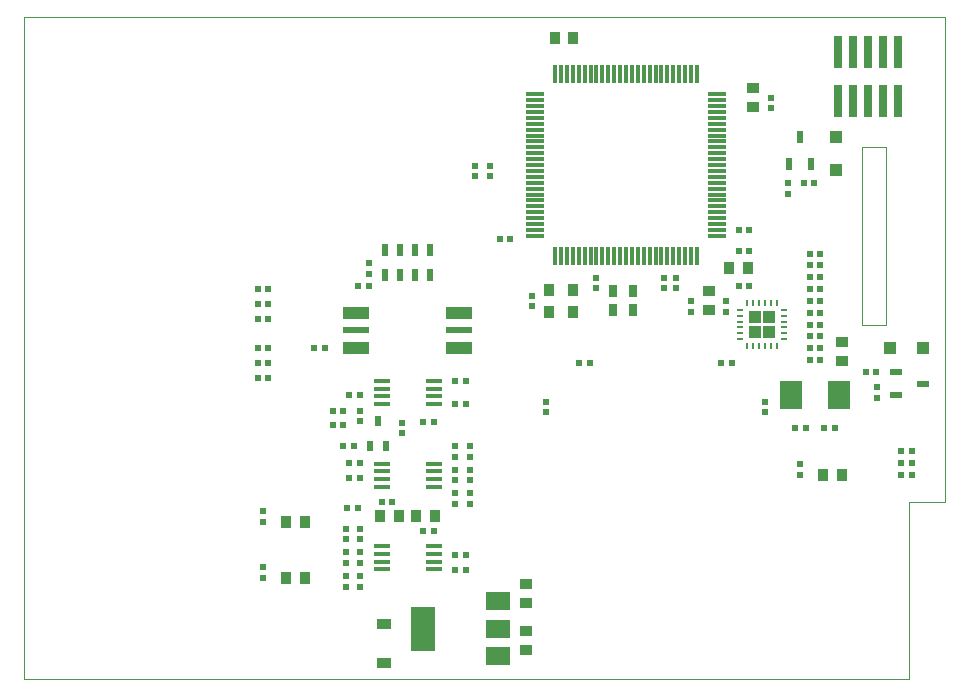
<source format=gbr>
%TF.GenerationSoftware,KiCad,Pcbnew,5.1.5-52549c5~84~ubuntu19.04.1*%
%TF.CreationDate,2020-04-18T10:51:23+00:00*%
%TF.ProjectId,alakol,616c616b-6f6c-42e6-9b69-6361645f7063,rev.0*%
%TF.SameCoordinates,Original*%
%TF.FileFunction,Paste,Top*%
%TF.FilePolarity,Positive*%
%FSLAX45Y45*%
G04 Gerber Fmt 4.5, Leading zero omitted, Abs format (unit mm)*
G04 Created by KiCad (PCBNEW 5.1.5-52549c5~84~ubuntu19.04.1) date 2020-04-18 10:51:23*
%MOMM*%
%LPD*%
G04 APERTURE LIST*
%ADD10C,0.100000*%
%ADD11R,0.800000X1.000000*%
%ADD12R,0.620000X0.620000*%
%ADD13R,1.200000X0.900000*%
%ADD14R,0.950000X1.000000*%
%ADD15R,1.000000X0.950000*%
%ADD16R,0.740000X2.790000*%
%ADD17R,1.450000X0.450000*%
%ADD18R,2.000000X3.800000*%
%ADD19R,2.000000X1.500000*%
%ADD20R,0.550000X0.850000*%
%ADD21R,2.300000X0.600000*%
%ADD22R,2.300000X1.060000*%
%ADD23R,0.900000X1.000000*%
%ADD24R,1.900000X2.400000*%
%ADD25R,0.600000X1.100000*%
%ADD26R,0.480000X0.230000*%
%ADD27R,0.230000X0.480000*%
%ADD28R,1.000000X1.000000*%
%ADD29R,0.300000X1.500000*%
%ADD30R,1.500000X0.300000*%
%ADD31R,1.000000X0.600000*%
%ADD32R,0.600000X1.000000*%
%ADD33R,1.100000X1.100000*%
G04 APERTURE END LIST*
D10*
X12200000Y-15400000D02*
X12200000Y-15600000D01*
X19700000Y-15400000D02*
X19700000Y-15600000D01*
X12200000Y-14500000D02*
X12200000Y-15300000D01*
X19700000Y-14600000D02*
X19700000Y-15400000D01*
X12200000Y-15600000D02*
X19700000Y-15600000D01*
X12200000Y-15300000D02*
X12200000Y-15400000D01*
X12200000Y-14400000D02*
X12200000Y-14500000D01*
X12200000Y-10000000D02*
X12200000Y-14400000D01*
X12200000Y-10000000D02*
X18000000Y-10000000D01*
X19500000Y-12600000D02*
X19500000Y-11100000D01*
X19700000Y-14100000D02*
X19700000Y-14600000D01*
X20000000Y-14100000D02*
X19700000Y-14100000D01*
X20000000Y-12600000D02*
X20000000Y-14100000D01*
X20000000Y-10000000D02*
X18000000Y-10000000D01*
X20000000Y-11100000D02*
X20000000Y-10000000D01*
X20000000Y-12600000D02*
X20000000Y-11100000D01*
X19500000Y-11100000D02*
X19300000Y-11100000D01*
X19300000Y-12600000D02*
X19500000Y-12600000D01*
X19300000Y-11100000D02*
X19300000Y-12600000D01*
D11*
X17190000Y-12320000D03*
X17360000Y-12320000D03*
X17360000Y-12480000D03*
X17190000Y-12480000D03*
D12*
X16500000Y-12445000D03*
X16500000Y-12355000D03*
D13*
X15250000Y-15465000D03*
X15250000Y-15135000D03*
D12*
X15975000Y-14120000D03*
X15975000Y-14030000D03*
X15855000Y-13075000D03*
X15945000Y-13075000D03*
X14815000Y-13455000D03*
X14905000Y-13455000D03*
X15230000Y-14100000D03*
X15320000Y-14100000D03*
D14*
X15380000Y-14225000D03*
X15220000Y-14225000D03*
D12*
X15975000Y-13920000D03*
X15975000Y-13830000D03*
D15*
X16450000Y-14955000D03*
X16450000Y-14795000D03*
X16450000Y-15195000D03*
X16450000Y-15355000D03*
D12*
X15400000Y-13520000D03*
X15400000Y-13430000D03*
X19720000Y-13675000D03*
X19630000Y-13675000D03*
X15975000Y-13630000D03*
X15975000Y-13720000D03*
X14180000Y-13050000D03*
X14270000Y-13050000D03*
X14180000Y-12300000D03*
X14270000Y-12300000D03*
X17625000Y-12205000D03*
X17625000Y-12295000D03*
X18345000Y-11800000D03*
X18255000Y-11800000D03*
D15*
X18375000Y-10755000D03*
X18375000Y-10595000D03*
D12*
X19070000Y-13475000D03*
X18980000Y-13475000D03*
X18730000Y-13475000D03*
X18820000Y-13475000D03*
X18475000Y-13255000D03*
X18475000Y-13345000D03*
D14*
X19130000Y-13875000D03*
X18970000Y-13875000D03*
X14580000Y-14275000D03*
X14420000Y-14275000D03*
X14420000Y-14750000D03*
X14580000Y-14750000D03*
D12*
X17725000Y-12295000D03*
X17725000Y-12205000D03*
D16*
X19604000Y-10296500D03*
X19604000Y-10703500D03*
X19477000Y-10296500D03*
X19477000Y-10703500D03*
X19350000Y-10296500D03*
X19350000Y-10703500D03*
X19223000Y-10296500D03*
X19223000Y-10703500D03*
X19096000Y-10296500D03*
X19096000Y-10703500D03*
D12*
X15045000Y-13200000D03*
X14955000Y-13200000D03*
X14995000Y-13625000D03*
X14905000Y-13625000D03*
X15050000Y-13420000D03*
X15050000Y-13330000D03*
X15850000Y-14030000D03*
X15850000Y-14120000D03*
X19630000Y-13875000D03*
X19720000Y-13875000D03*
X18775000Y-13780000D03*
X18775000Y-13870000D03*
X15850000Y-13830000D03*
X15850000Y-13920000D03*
X15045000Y-13900000D03*
X14955000Y-13900000D03*
X15580000Y-13425000D03*
X15670000Y-13425000D03*
X15850000Y-13720000D03*
X15850000Y-13630000D03*
X15945000Y-13275000D03*
X15855000Y-13275000D03*
X19630000Y-13775000D03*
X19720000Y-13775000D03*
X14750000Y-12800000D03*
X14660000Y-12800000D03*
X14180000Y-12925000D03*
X14270000Y-12925000D03*
X14180000Y-12800000D03*
X14270000Y-12800000D03*
X14270000Y-12550000D03*
X14180000Y-12550000D03*
X14270000Y-12425000D03*
X14180000Y-12425000D03*
X17050000Y-12205000D03*
X17050000Y-12295000D03*
X16150000Y-11345000D03*
X16150000Y-11255000D03*
X16025000Y-11255000D03*
X16025000Y-11345000D03*
X18945000Y-12700000D03*
X18855000Y-12700000D03*
X18855000Y-12600000D03*
X18945000Y-12600000D03*
X18525000Y-10680000D03*
X18525000Y-10770000D03*
X18855000Y-12400000D03*
X18945000Y-12400000D03*
X18945000Y-12300000D03*
X18855000Y-12300000D03*
X18855000Y-12200000D03*
X18945000Y-12200000D03*
X18945000Y-12100000D03*
X18855000Y-12100000D03*
X18945000Y-12000000D03*
X18855000Y-12000000D03*
X18945000Y-12800000D03*
X18855000Y-12800000D03*
X18855000Y-12900000D03*
X18945000Y-12900000D03*
X18195000Y-12925000D03*
X18105000Y-12925000D03*
X14225000Y-14180000D03*
X14225000Y-14270000D03*
X14225000Y-14655000D03*
X14225000Y-14745000D03*
D17*
X15670000Y-13077500D03*
X15670000Y-13142500D03*
X15670000Y-13207500D03*
X15670000Y-13272500D03*
X15230000Y-13272500D03*
X15230000Y-13207500D03*
X15230000Y-13142500D03*
X15230000Y-13077500D03*
D18*
X15585000Y-15175000D03*
D19*
X16215000Y-15175000D03*
X16215000Y-14945000D03*
X16215000Y-15405000D03*
D17*
X15670000Y-13972500D03*
X15670000Y-13907500D03*
X15670000Y-13842500D03*
X15670000Y-13777500D03*
X15230000Y-13777500D03*
X15230000Y-13842500D03*
X15230000Y-13907500D03*
X15230000Y-13972500D03*
D20*
X15135000Y-13630000D03*
X15265000Y-13630000D03*
X15200000Y-13420000D03*
D21*
X15887500Y-12650000D03*
D22*
X15887500Y-12800000D03*
X15887500Y-12500000D03*
D21*
X15012500Y-12650000D03*
D22*
X15012500Y-12500000D03*
X15012500Y-12800000D03*
D23*
X16855000Y-12495000D03*
X16645000Y-12495000D03*
X16645000Y-12305000D03*
X16855000Y-12305000D03*
D24*
X18695000Y-13200000D03*
X19105000Y-13200000D03*
D12*
X16625000Y-13345000D03*
X16625000Y-13255000D03*
X14955000Y-13775000D03*
X15045000Y-13775000D03*
X14925000Y-14330000D03*
X14925000Y-14420000D03*
X15670000Y-14350000D03*
X15580000Y-14350000D03*
D14*
X15680000Y-14225000D03*
X15520000Y-14225000D03*
D12*
X14925000Y-14530000D03*
X14925000Y-14620000D03*
X15125000Y-12170000D03*
X15125000Y-12080000D03*
X15855000Y-14675000D03*
X15945000Y-14675000D03*
X14925000Y-14820000D03*
X14925000Y-14730000D03*
X17850000Y-12405000D03*
X17850000Y-12495000D03*
X14905000Y-13330000D03*
X14815000Y-13330000D03*
X15120000Y-12275000D03*
X15030000Y-12275000D03*
D25*
X15262500Y-12185000D03*
X15387500Y-12185000D03*
X15512500Y-12185000D03*
X15637500Y-12185000D03*
X15637500Y-11965000D03*
X15512500Y-11965000D03*
X15387500Y-11965000D03*
X15262500Y-11965000D03*
D12*
X18345000Y-11975000D03*
X18255000Y-11975000D03*
X16995000Y-12925000D03*
X16905000Y-12925000D03*
X19330000Y-13000000D03*
X19420000Y-13000000D03*
X18675000Y-11495000D03*
X18675000Y-11405000D03*
X19425000Y-13130000D03*
X19425000Y-13220000D03*
X18895000Y-11400000D03*
X18805000Y-11400000D03*
X15050000Y-14420000D03*
X15050000Y-14330000D03*
X15050000Y-14620000D03*
X15050000Y-14530000D03*
X15945000Y-14550000D03*
X15855000Y-14550000D03*
X15050000Y-14820000D03*
X15050000Y-14730000D03*
X14940000Y-14150000D03*
X15030000Y-14150000D03*
D17*
X15230000Y-14477500D03*
X15230000Y-14542500D03*
X15230000Y-14607500D03*
X15230000Y-14672500D03*
X15670000Y-14672500D03*
X15670000Y-14607500D03*
X15670000Y-14542500D03*
X15670000Y-14477500D03*
D12*
X16230000Y-11875000D03*
X16320000Y-11875000D03*
D14*
X16855000Y-10175000D03*
X16695000Y-10175000D03*
D12*
X18945000Y-12500000D03*
X18855000Y-12500000D03*
D15*
X19125000Y-12745000D03*
X19125000Y-12905000D03*
D12*
X18150000Y-12405000D03*
X18150000Y-12495000D03*
D15*
X18000000Y-12480000D03*
X18000000Y-12320000D03*
D12*
X18255000Y-12275000D03*
X18345000Y-12275000D03*
D14*
X18330000Y-12125000D03*
X18170000Y-12125000D03*
D26*
X18264000Y-12475000D03*
X18264000Y-12525000D03*
X18264000Y-12575000D03*
X18264000Y-12625000D03*
X18264000Y-12675000D03*
X18264000Y-12725000D03*
D27*
X18325000Y-12786000D03*
X18375000Y-12786000D03*
X18425000Y-12786000D03*
X18475000Y-12786000D03*
X18525000Y-12786000D03*
X18575000Y-12786000D03*
D26*
X18636000Y-12725000D03*
X18636000Y-12675000D03*
X18636000Y-12625000D03*
X18636000Y-12575000D03*
X18636000Y-12525000D03*
X18636000Y-12475000D03*
D27*
X18575000Y-12414000D03*
X18525000Y-12414000D03*
X18475000Y-12414000D03*
X18425000Y-12414000D03*
X18375000Y-12414000D03*
X18325000Y-12414000D03*
D28*
X18390000Y-12540000D03*
X18390000Y-12660000D03*
X18510000Y-12540000D03*
X18510000Y-12660000D03*
D29*
X16700000Y-12020000D03*
X16750000Y-12020000D03*
X16800000Y-12020000D03*
X16850000Y-12020000D03*
X16900000Y-12020000D03*
X16950000Y-12020000D03*
X17000000Y-12020000D03*
X17050000Y-12020000D03*
X17100000Y-12020000D03*
X17150000Y-12020000D03*
X17200000Y-12020000D03*
X17250000Y-12020000D03*
X17300000Y-12020000D03*
X17350000Y-12020000D03*
X17400000Y-12020000D03*
X17450000Y-12020000D03*
X17500000Y-12020000D03*
X17550000Y-12020000D03*
X17600000Y-12020000D03*
X17650000Y-12020000D03*
X17700000Y-12020000D03*
X17750000Y-12020000D03*
X17800000Y-12020000D03*
X17850000Y-12020000D03*
X17900000Y-12020000D03*
D30*
X18070000Y-11850000D03*
X18070000Y-11800000D03*
X18070000Y-11750000D03*
X18070000Y-11700000D03*
X18070000Y-11650000D03*
X18070000Y-11600000D03*
X18070000Y-11550000D03*
X18070000Y-11500000D03*
X18070000Y-11450000D03*
X18070000Y-11400000D03*
X18070000Y-11350000D03*
X18070000Y-11300000D03*
X18070000Y-11250000D03*
X18070000Y-11200000D03*
X18070000Y-11150000D03*
X18070000Y-11100000D03*
X18070000Y-11050000D03*
X18070000Y-11000000D03*
X18070000Y-10950000D03*
X18070000Y-10900000D03*
X18070000Y-10850000D03*
X18070000Y-10800000D03*
X18070000Y-10750000D03*
X18070000Y-10700000D03*
X18070000Y-10650000D03*
D29*
X17900000Y-10480000D03*
X17850000Y-10480000D03*
X17800000Y-10480000D03*
X17750000Y-10480000D03*
X17700000Y-10480000D03*
X17650000Y-10480000D03*
X17600000Y-10480000D03*
X17550000Y-10480000D03*
X17500000Y-10480000D03*
X17450000Y-10480000D03*
X17400000Y-10480000D03*
X17350000Y-10480000D03*
X17300000Y-10480000D03*
X17250000Y-10480000D03*
X17200000Y-10480000D03*
X17150000Y-10480000D03*
X17100000Y-10480000D03*
X17050000Y-10480000D03*
X17000000Y-10480000D03*
X16950000Y-10480000D03*
X16900000Y-10480000D03*
X16850000Y-10480000D03*
X16800000Y-10480000D03*
X16750000Y-10480000D03*
X16700000Y-10480000D03*
D30*
X16530000Y-10650000D03*
X16530000Y-10700000D03*
X16530000Y-10750000D03*
X16530000Y-10800000D03*
X16530000Y-10850000D03*
X16530000Y-10900000D03*
X16530000Y-10950000D03*
X16530000Y-11000000D03*
X16530000Y-11050000D03*
X16530000Y-11100000D03*
X16530000Y-11150000D03*
X16530000Y-11200000D03*
X16530000Y-11250000D03*
X16530000Y-11300000D03*
X16530000Y-11350000D03*
X16530000Y-11400000D03*
X16530000Y-11450000D03*
X16530000Y-11500000D03*
X16530000Y-11550000D03*
X16530000Y-11600000D03*
X16530000Y-11650000D03*
X16530000Y-11700000D03*
X16530000Y-11750000D03*
X16530000Y-11800000D03*
X16530000Y-11850000D03*
D31*
X19815000Y-13100000D03*
X19585000Y-13195000D03*
X19585000Y-13005000D03*
D32*
X18680000Y-11240000D03*
X18870000Y-11240000D03*
X18775000Y-11010000D03*
D33*
X19535000Y-12800000D03*
X19815000Y-12800000D03*
X19075000Y-11290000D03*
X19075000Y-11010000D03*
M02*

</source>
